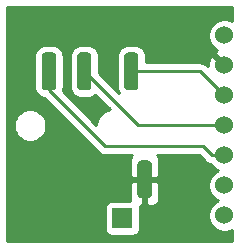
<source format=gbr>
G04 #@! TF.GenerationSoftware,KiCad,Pcbnew,(5.1.5)-3*
G04 #@! TF.CreationDate,2020-12-21T12:38:01+01:00*
G04 #@! TF.ProjectId,epimetheus_tcs34725,6570696d-6574-4686-9575-735f74637333,rev?*
G04 #@! TF.SameCoordinates,Original*
G04 #@! TF.FileFunction,Copper,L1,Top*
G04 #@! TF.FilePolarity,Positive*
%FSLAX46Y46*%
G04 Gerber Fmt 4.6, Leading zero omitted, Abs format (unit mm)*
G04 Created by KiCad (PCBNEW (5.1.5)-3) date 2020-12-21 12:38:01*
%MOMM*%
%LPD*%
G04 APERTURE LIST*
%ADD10R,1.700000X1.700000*%
%ADD11C,1.524000*%
%ADD12C,0.100000*%
%ADD13C,0.250000*%
%ADD14C,0.254000*%
G04 APERTURE END LIST*
D10*
X171196000Y-38862000D03*
D11*
X179832000Y-23368000D03*
X179832000Y-25908000D03*
X179832000Y-28448000D03*
X179832000Y-30988000D03*
X179832000Y-33528000D03*
X179832000Y-36068000D03*
X179832000Y-38608000D03*
G04 #@! TA.AperFunction,SMDPad,CuDef*
D12*
G36*
X165302405Y-24817445D02*
G01*
X165331527Y-24821764D01*
X165360085Y-24828918D01*
X165387805Y-24838836D01*
X165414419Y-24851424D01*
X165439671Y-24866559D01*
X165463318Y-24884097D01*
X165485132Y-24903868D01*
X165504903Y-24925682D01*
X165522441Y-24949329D01*
X165537576Y-24974581D01*
X165550164Y-25001195D01*
X165560082Y-25028915D01*
X165567236Y-25057473D01*
X165571555Y-25086595D01*
X165573000Y-25116000D01*
X165573000Y-27716000D01*
X165571555Y-27745405D01*
X165567236Y-27774527D01*
X165560082Y-27803085D01*
X165550164Y-27830805D01*
X165537576Y-27857419D01*
X165522441Y-27882671D01*
X165504903Y-27906318D01*
X165485132Y-27928132D01*
X165463318Y-27947903D01*
X165439671Y-27965441D01*
X165414419Y-27980576D01*
X165387805Y-27993164D01*
X165360085Y-28003082D01*
X165331527Y-28010236D01*
X165302405Y-28014555D01*
X165273000Y-28016000D01*
X164673000Y-28016000D01*
X164643595Y-28014555D01*
X164614473Y-28010236D01*
X164585915Y-28003082D01*
X164558195Y-27993164D01*
X164531581Y-27980576D01*
X164506329Y-27965441D01*
X164482682Y-27947903D01*
X164460868Y-27928132D01*
X164441097Y-27906318D01*
X164423559Y-27882671D01*
X164408424Y-27857419D01*
X164395836Y-27830805D01*
X164385918Y-27803085D01*
X164378764Y-27774527D01*
X164374445Y-27745405D01*
X164373000Y-27716000D01*
X164373000Y-25116000D01*
X164374445Y-25086595D01*
X164378764Y-25057473D01*
X164385918Y-25028915D01*
X164395836Y-25001195D01*
X164408424Y-24974581D01*
X164423559Y-24949329D01*
X164441097Y-24925682D01*
X164460868Y-24903868D01*
X164482682Y-24884097D01*
X164506329Y-24866559D01*
X164531581Y-24851424D01*
X164558195Y-24838836D01*
X164585915Y-24828918D01*
X164614473Y-24821764D01*
X164643595Y-24817445D01*
X164673000Y-24816000D01*
X165273000Y-24816000D01*
X165302405Y-24817445D01*
G37*
G04 #@! TD.AperFunction*
G04 #@! TA.AperFunction,SMDPad,CuDef*
G36*
X168302405Y-24817445D02*
G01*
X168331527Y-24821764D01*
X168360085Y-24828918D01*
X168387805Y-24838836D01*
X168414419Y-24851424D01*
X168439671Y-24866559D01*
X168463318Y-24884097D01*
X168485132Y-24903868D01*
X168504903Y-24925682D01*
X168522441Y-24949329D01*
X168537576Y-24974581D01*
X168550164Y-25001195D01*
X168560082Y-25028915D01*
X168567236Y-25057473D01*
X168571555Y-25086595D01*
X168573000Y-25116000D01*
X168573000Y-27716000D01*
X168571555Y-27745405D01*
X168567236Y-27774527D01*
X168560082Y-27803085D01*
X168550164Y-27830805D01*
X168537576Y-27857419D01*
X168522441Y-27882671D01*
X168504903Y-27906318D01*
X168485132Y-27928132D01*
X168463318Y-27947903D01*
X168439671Y-27965441D01*
X168414419Y-27980576D01*
X168387805Y-27993164D01*
X168360085Y-28003082D01*
X168331527Y-28010236D01*
X168302405Y-28014555D01*
X168273000Y-28016000D01*
X167673000Y-28016000D01*
X167643595Y-28014555D01*
X167614473Y-28010236D01*
X167585915Y-28003082D01*
X167558195Y-27993164D01*
X167531581Y-27980576D01*
X167506329Y-27965441D01*
X167482682Y-27947903D01*
X167460868Y-27928132D01*
X167441097Y-27906318D01*
X167423559Y-27882671D01*
X167408424Y-27857419D01*
X167395836Y-27830805D01*
X167385918Y-27803085D01*
X167378764Y-27774527D01*
X167374445Y-27745405D01*
X167373000Y-27716000D01*
X167373000Y-25116000D01*
X167374445Y-25086595D01*
X167378764Y-25057473D01*
X167385918Y-25028915D01*
X167395836Y-25001195D01*
X167408424Y-24974581D01*
X167423559Y-24949329D01*
X167441097Y-24925682D01*
X167460868Y-24903868D01*
X167482682Y-24884097D01*
X167506329Y-24866559D01*
X167531581Y-24851424D01*
X167558195Y-24838836D01*
X167585915Y-24828918D01*
X167614473Y-24821764D01*
X167643595Y-24817445D01*
X167673000Y-24816000D01*
X168273000Y-24816000D01*
X168302405Y-24817445D01*
G37*
G04 #@! TD.AperFunction*
G04 #@! TA.AperFunction,SMDPad,CuDef*
G36*
X172287405Y-24817445D02*
G01*
X172316527Y-24821764D01*
X172345085Y-24828918D01*
X172372805Y-24838836D01*
X172399419Y-24851424D01*
X172424671Y-24866559D01*
X172448318Y-24884097D01*
X172470132Y-24903868D01*
X172489903Y-24925682D01*
X172507441Y-24949329D01*
X172522576Y-24974581D01*
X172535164Y-25001195D01*
X172545082Y-25028915D01*
X172552236Y-25057473D01*
X172556555Y-25086595D01*
X172558000Y-25116000D01*
X172558000Y-27716000D01*
X172556555Y-27745405D01*
X172552236Y-27774527D01*
X172545082Y-27803085D01*
X172535164Y-27830805D01*
X172522576Y-27857419D01*
X172507441Y-27882671D01*
X172489903Y-27906318D01*
X172470132Y-27928132D01*
X172448318Y-27947903D01*
X172424671Y-27965441D01*
X172399419Y-27980576D01*
X172372805Y-27993164D01*
X172345085Y-28003082D01*
X172316527Y-28010236D01*
X172287405Y-28014555D01*
X172258000Y-28016000D01*
X171658000Y-28016000D01*
X171628595Y-28014555D01*
X171599473Y-28010236D01*
X171570915Y-28003082D01*
X171543195Y-27993164D01*
X171516581Y-27980576D01*
X171491329Y-27965441D01*
X171467682Y-27947903D01*
X171445868Y-27928132D01*
X171426097Y-27906318D01*
X171408559Y-27882671D01*
X171393424Y-27857419D01*
X171380836Y-27830805D01*
X171370918Y-27803085D01*
X171363764Y-27774527D01*
X171359445Y-27745405D01*
X171358000Y-27716000D01*
X171358000Y-25116000D01*
X171359445Y-25086595D01*
X171363764Y-25057473D01*
X171370918Y-25028915D01*
X171380836Y-25001195D01*
X171393424Y-24974581D01*
X171408559Y-24949329D01*
X171426097Y-24925682D01*
X171445868Y-24903868D01*
X171467682Y-24884097D01*
X171491329Y-24866559D01*
X171516581Y-24851424D01*
X171543195Y-24838836D01*
X171570915Y-24828918D01*
X171599473Y-24821764D01*
X171628595Y-24817445D01*
X171658000Y-24816000D01*
X172258000Y-24816000D01*
X172287405Y-24817445D01*
G37*
G04 #@! TD.AperFunction*
G04 #@! TA.AperFunction,SMDPad,CuDef*
G36*
X173402405Y-33961445D02*
G01*
X173431527Y-33965764D01*
X173460085Y-33972918D01*
X173487805Y-33982836D01*
X173514419Y-33995424D01*
X173539671Y-34010559D01*
X173563318Y-34028097D01*
X173585132Y-34047868D01*
X173604903Y-34069682D01*
X173622441Y-34093329D01*
X173637576Y-34118581D01*
X173650164Y-34145195D01*
X173660082Y-34172915D01*
X173667236Y-34201473D01*
X173671555Y-34230595D01*
X173673000Y-34260000D01*
X173673000Y-36860000D01*
X173671555Y-36889405D01*
X173667236Y-36918527D01*
X173660082Y-36947085D01*
X173650164Y-36974805D01*
X173637576Y-37001419D01*
X173622441Y-37026671D01*
X173604903Y-37050318D01*
X173585132Y-37072132D01*
X173563318Y-37091903D01*
X173539671Y-37109441D01*
X173514419Y-37124576D01*
X173487805Y-37137164D01*
X173460085Y-37147082D01*
X173431527Y-37154236D01*
X173402405Y-37158555D01*
X173373000Y-37160000D01*
X172773000Y-37160000D01*
X172743595Y-37158555D01*
X172714473Y-37154236D01*
X172685915Y-37147082D01*
X172658195Y-37137164D01*
X172631581Y-37124576D01*
X172606329Y-37109441D01*
X172582682Y-37091903D01*
X172560868Y-37072132D01*
X172541097Y-37050318D01*
X172523559Y-37026671D01*
X172508424Y-37001419D01*
X172495836Y-36974805D01*
X172485918Y-36947085D01*
X172478764Y-36918527D01*
X172474445Y-36889405D01*
X172473000Y-36860000D01*
X172473000Y-34260000D01*
X172474445Y-34230595D01*
X172478764Y-34201473D01*
X172485918Y-34172915D01*
X172495836Y-34145195D01*
X172508424Y-34118581D01*
X172523559Y-34093329D01*
X172541097Y-34069682D01*
X172560868Y-34047868D01*
X172582682Y-34028097D01*
X172606329Y-34010559D01*
X172631581Y-33995424D01*
X172658195Y-33982836D01*
X172685915Y-33972918D01*
X172714473Y-33965764D01*
X172743595Y-33961445D01*
X172773000Y-33960000D01*
X173373000Y-33960000D01*
X173402405Y-33961445D01*
G37*
G04 #@! TD.AperFunction*
D13*
X178754370Y-33528000D02*
X177992370Y-32766000D01*
X179832000Y-33528000D02*
X178754370Y-33528000D01*
X164973000Y-28016000D02*
X164973000Y-26416000D01*
X169723000Y-32766000D02*
X164973000Y-28016000D01*
X177992370Y-32766000D02*
X169723000Y-32766000D01*
X172545000Y-30988000D02*
X167973000Y-26416000D01*
X179832000Y-30988000D02*
X172545000Y-30988000D01*
X177800000Y-26416000D02*
X171958000Y-26416000D01*
X179832000Y-28448000D02*
X177800000Y-26416000D01*
D14*
G36*
X180442001Y-22108569D02*
G01*
X180239490Y-22024686D01*
X179969592Y-21971000D01*
X179694408Y-21971000D01*
X179424510Y-22024686D01*
X179170273Y-22129995D01*
X178941465Y-22282880D01*
X178746880Y-22477465D01*
X178593995Y-22706273D01*
X178488686Y-22960510D01*
X178435000Y-23230408D01*
X178435000Y-23505592D01*
X178488686Y-23775490D01*
X178593995Y-24029727D01*
X178746880Y-24258535D01*
X178941465Y-24453120D01*
X179170273Y-24606005D01*
X179241943Y-24635692D01*
X179228977Y-24640364D01*
X179113020Y-24702344D01*
X179046040Y-24942435D01*
X179832000Y-25728395D01*
X179846143Y-25714253D01*
X180025748Y-25893858D01*
X180011605Y-25908000D01*
X180025748Y-25922143D01*
X179846143Y-26101748D01*
X179832000Y-26087605D01*
X179817858Y-26101748D01*
X179638253Y-25922143D01*
X179652395Y-25908000D01*
X178866435Y-25122040D01*
X178626344Y-25189020D01*
X178509244Y-25438048D01*
X178442977Y-25705135D01*
X178430481Y-25971680D01*
X178363804Y-25905003D01*
X178340001Y-25875999D01*
X178224276Y-25781026D01*
X178092247Y-25710454D01*
X177948986Y-25666997D01*
X177837333Y-25656000D01*
X177837322Y-25656000D01*
X177800000Y-25652324D01*
X177762678Y-25656000D01*
X173196072Y-25656000D01*
X173196072Y-25116000D01*
X173178047Y-24932991D01*
X173124666Y-24757015D01*
X173037978Y-24594835D01*
X172921317Y-24452683D01*
X172779165Y-24336022D01*
X172616985Y-24249334D01*
X172441009Y-24195953D01*
X172258000Y-24177928D01*
X171658000Y-24177928D01*
X171474991Y-24195953D01*
X171299015Y-24249334D01*
X171136835Y-24336022D01*
X170994683Y-24452683D01*
X170878022Y-24594835D01*
X170791334Y-24757015D01*
X170737953Y-24932991D01*
X170719928Y-25116000D01*
X170719928Y-27716000D01*
X170737953Y-27899009D01*
X170791334Y-28074985D01*
X170878022Y-28237165D01*
X170919462Y-28287660D01*
X169211072Y-26579271D01*
X169211072Y-25116000D01*
X169193047Y-24932991D01*
X169139666Y-24757015D01*
X169052978Y-24594835D01*
X168936317Y-24452683D01*
X168794165Y-24336022D01*
X168631985Y-24249334D01*
X168456009Y-24195953D01*
X168273000Y-24177928D01*
X167673000Y-24177928D01*
X167489991Y-24195953D01*
X167314015Y-24249334D01*
X167151835Y-24336022D01*
X167009683Y-24452683D01*
X166893022Y-24594835D01*
X166806334Y-24757015D01*
X166752953Y-24932991D01*
X166734928Y-25116000D01*
X166734928Y-27716000D01*
X166752953Y-27899009D01*
X166806334Y-28074985D01*
X166893022Y-28237165D01*
X167009683Y-28379317D01*
X167151835Y-28495978D01*
X167314015Y-28582666D01*
X167489991Y-28636047D01*
X167673000Y-28654072D01*
X168273000Y-28654072D01*
X168456009Y-28636047D01*
X168631985Y-28582666D01*
X168794165Y-28495978D01*
X168895232Y-28413034D01*
X170110315Y-29628118D01*
X169969011Y-29656225D01*
X169716957Y-29760629D01*
X169490114Y-29912201D01*
X169297201Y-30105114D01*
X169145629Y-30331957D01*
X169041225Y-30584011D01*
X168988000Y-30851589D01*
X168988000Y-30956198D01*
X166128213Y-28096412D01*
X166139666Y-28074985D01*
X166193047Y-27899009D01*
X166211072Y-27716000D01*
X166211072Y-25116000D01*
X166193047Y-24932991D01*
X166139666Y-24757015D01*
X166052978Y-24594835D01*
X165936317Y-24452683D01*
X165794165Y-24336022D01*
X165631985Y-24249334D01*
X165456009Y-24195953D01*
X165273000Y-24177928D01*
X164673000Y-24177928D01*
X164489991Y-24195953D01*
X164314015Y-24249334D01*
X164151835Y-24336022D01*
X164009683Y-24452683D01*
X163893022Y-24594835D01*
X163806334Y-24757015D01*
X163752953Y-24932991D01*
X163734928Y-25116000D01*
X163734928Y-27716000D01*
X163752953Y-27899009D01*
X163806334Y-28074985D01*
X163893022Y-28237165D01*
X164009683Y-28379317D01*
X164151835Y-28495978D01*
X164314015Y-28582666D01*
X164489991Y-28636047D01*
X164521333Y-28639134D01*
X169159205Y-33277008D01*
X169182999Y-33306001D01*
X169211992Y-33329795D01*
X169211996Y-33329799D01*
X169261589Y-33370498D01*
X169298724Y-33400974D01*
X169430753Y-33471546D01*
X169574014Y-33515003D01*
X169685667Y-33526000D01*
X169685676Y-33526000D01*
X169722999Y-33529676D01*
X169760322Y-33526000D01*
X172007712Y-33526000D01*
X171942463Y-33605506D01*
X171883498Y-33715820D01*
X171847188Y-33835518D01*
X171834928Y-33960000D01*
X171838000Y-35274250D01*
X171996750Y-35433000D01*
X172946000Y-35433000D01*
X172946000Y-35413000D01*
X173200000Y-35413000D01*
X173200000Y-35433000D01*
X174149250Y-35433000D01*
X174308000Y-35274250D01*
X174311072Y-33960000D01*
X174298812Y-33835518D01*
X174262502Y-33715820D01*
X174203537Y-33605506D01*
X174138288Y-33526000D01*
X177677569Y-33526000D01*
X178190571Y-34039002D01*
X178214369Y-34068001D01*
X178330094Y-34162974D01*
X178462123Y-34233546D01*
X178605384Y-34277003D01*
X178655617Y-34281951D01*
X178746880Y-34418535D01*
X178941465Y-34613120D01*
X179170273Y-34766005D01*
X179247515Y-34798000D01*
X179170273Y-34829995D01*
X178941465Y-34982880D01*
X178746880Y-35177465D01*
X178593995Y-35406273D01*
X178488686Y-35660510D01*
X178435000Y-35930408D01*
X178435000Y-36205592D01*
X178488686Y-36475490D01*
X178593995Y-36729727D01*
X178746880Y-36958535D01*
X178941465Y-37153120D01*
X179170273Y-37306005D01*
X179247515Y-37338000D01*
X179170273Y-37369995D01*
X178941465Y-37522880D01*
X178746880Y-37717465D01*
X178593995Y-37946273D01*
X178488686Y-38200510D01*
X178435000Y-38470408D01*
X178435000Y-38745592D01*
X178488686Y-39015490D01*
X178593995Y-39269727D01*
X178746880Y-39498535D01*
X178941465Y-39693120D01*
X179170273Y-39846005D01*
X179424510Y-39951314D01*
X179694408Y-40005000D01*
X179969592Y-40005000D01*
X180239490Y-39951314D01*
X180442000Y-39867431D01*
X180442000Y-40742000D01*
X161442000Y-40742000D01*
X161442000Y-38012000D01*
X169707928Y-38012000D01*
X169707928Y-39712000D01*
X169720188Y-39836482D01*
X169756498Y-39956180D01*
X169815463Y-40066494D01*
X169894815Y-40163185D01*
X169991506Y-40242537D01*
X170101820Y-40301502D01*
X170221518Y-40337812D01*
X170346000Y-40350072D01*
X172046000Y-40350072D01*
X172170482Y-40337812D01*
X172290180Y-40301502D01*
X172400494Y-40242537D01*
X172497185Y-40163185D01*
X172576537Y-40066494D01*
X172635502Y-39956180D01*
X172671812Y-39836482D01*
X172684072Y-39712000D01*
X172684072Y-38012000D01*
X172671812Y-37887518D01*
X172644171Y-37796399D01*
X172787250Y-37795000D01*
X172946000Y-37636250D01*
X172946000Y-35687000D01*
X173200000Y-35687000D01*
X173200000Y-37636250D01*
X173358750Y-37795000D01*
X173673000Y-37798072D01*
X173797482Y-37785812D01*
X173917180Y-37749502D01*
X174027494Y-37690537D01*
X174124185Y-37611185D01*
X174203537Y-37514494D01*
X174262502Y-37404180D01*
X174298812Y-37284482D01*
X174311072Y-37160000D01*
X174308000Y-35845750D01*
X174149250Y-35687000D01*
X173200000Y-35687000D01*
X172946000Y-35687000D01*
X171996750Y-35687000D01*
X171838000Y-35845750D01*
X171834928Y-37160000D01*
X171847188Y-37284482D01*
X171874321Y-37373928D01*
X170346000Y-37373928D01*
X170221518Y-37386188D01*
X170101820Y-37422498D01*
X169991506Y-37481463D01*
X169894815Y-37560815D01*
X169815463Y-37657506D01*
X169756498Y-37767820D01*
X169720188Y-37887518D01*
X169707928Y-38012000D01*
X161442000Y-38012000D01*
X161442000Y-30851589D01*
X161988000Y-30851589D01*
X161988000Y-31124411D01*
X162041225Y-31391989D01*
X162145629Y-31644043D01*
X162297201Y-31870886D01*
X162490114Y-32063799D01*
X162716957Y-32215371D01*
X162969011Y-32319775D01*
X163236589Y-32373000D01*
X163509411Y-32373000D01*
X163776989Y-32319775D01*
X164029043Y-32215371D01*
X164255886Y-32063799D01*
X164448799Y-31870886D01*
X164600371Y-31644043D01*
X164704775Y-31391989D01*
X164758000Y-31124411D01*
X164758000Y-30851589D01*
X164704775Y-30584011D01*
X164600371Y-30331957D01*
X164448799Y-30105114D01*
X164255886Y-29912201D01*
X164029043Y-29760629D01*
X163776989Y-29656225D01*
X163509411Y-29603000D01*
X163236589Y-29603000D01*
X162969011Y-29656225D01*
X162716957Y-29760629D01*
X162490114Y-29912201D01*
X162297201Y-30105114D01*
X162145629Y-30331957D01*
X162041225Y-30584011D01*
X161988000Y-30851589D01*
X161442000Y-30851589D01*
X161442000Y-20980000D01*
X180442001Y-20980000D01*
X180442001Y-22108569D01*
G37*
X180442001Y-22108569D02*
X180239490Y-22024686D01*
X179969592Y-21971000D01*
X179694408Y-21971000D01*
X179424510Y-22024686D01*
X179170273Y-22129995D01*
X178941465Y-22282880D01*
X178746880Y-22477465D01*
X178593995Y-22706273D01*
X178488686Y-22960510D01*
X178435000Y-23230408D01*
X178435000Y-23505592D01*
X178488686Y-23775490D01*
X178593995Y-24029727D01*
X178746880Y-24258535D01*
X178941465Y-24453120D01*
X179170273Y-24606005D01*
X179241943Y-24635692D01*
X179228977Y-24640364D01*
X179113020Y-24702344D01*
X179046040Y-24942435D01*
X179832000Y-25728395D01*
X179846143Y-25714253D01*
X180025748Y-25893858D01*
X180011605Y-25908000D01*
X180025748Y-25922143D01*
X179846143Y-26101748D01*
X179832000Y-26087605D01*
X179817858Y-26101748D01*
X179638253Y-25922143D01*
X179652395Y-25908000D01*
X178866435Y-25122040D01*
X178626344Y-25189020D01*
X178509244Y-25438048D01*
X178442977Y-25705135D01*
X178430481Y-25971680D01*
X178363804Y-25905003D01*
X178340001Y-25875999D01*
X178224276Y-25781026D01*
X178092247Y-25710454D01*
X177948986Y-25666997D01*
X177837333Y-25656000D01*
X177837322Y-25656000D01*
X177800000Y-25652324D01*
X177762678Y-25656000D01*
X173196072Y-25656000D01*
X173196072Y-25116000D01*
X173178047Y-24932991D01*
X173124666Y-24757015D01*
X173037978Y-24594835D01*
X172921317Y-24452683D01*
X172779165Y-24336022D01*
X172616985Y-24249334D01*
X172441009Y-24195953D01*
X172258000Y-24177928D01*
X171658000Y-24177928D01*
X171474991Y-24195953D01*
X171299015Y-24249334D01*
X171136835Y-24336022D01*
X170994683Y-24452683D01*
X170878022Y-24594835D01*
X170791334Y-24757015D01*
X170737953Y-24932991D01*
X170719928Y-25116000D01*
X170719928Y-27716000D01*
X170737953Y-27899009D01*
X170791334Y-28074985D01*
X170878022Y-28237165D01*
X170919462Y-28287660D01*
X169211072Y-26579271D01*
X169211072Y-25116000D01*
X169193047Y-24932991D01*
X169139666Y-24757015D01*
X169052978Y-24594835D01*
X168936317Y-24452683D01*
X168794165Y-24336022D01*
X168631985Y-24249334D01*
X168456009Y-24195953D01*
X168273000Y-24177928D01*
X167673000Y-24177928D01*
X167489991Y-24195953D01*
X167314015Y-24249334D01*
X167151835Y-24336022D01*
X167009683Y-24452683D01*
X166893022Y-24594835D01*
X166806334Y-24757015D01*
X166752953Y-24932991D01*
X166734928Y-25116000D01*
X166734928Y-27716000D01*
X166752953Y-27899009D01*
X166806334Y-28074985D01*
X166893022Y-28237165D01*
X167009683Y-28379317D01*
X167151835Y-28495978D01*
X167314015Y-28582666D01*
X167489991Y-28636047D01*
X167673000Y-28654072D01*
X168273000Y-28654072D01*
X168456009Y-28636047D01*
X168631985Y-28582666D01*
X168794165Y-28495978D01*
X168895232Y-28413034D01*
X170110315Y-29628118D01*
X169969011Y-29656225D01*
X169716957Y-29760629D01*
X169490114Y-29912201D01*
X169297201Y-30105114D01*
X169145629Y-30331957D01*
X169041225Y-30584011D01*
X168988000Y-30851589D01*
X168988000Y-30956198D01*
X166128213Y-28096412D01*
X166139666Y-28074985D01*
X166193047Y-27899009D01*
X166211072Y-27716000D01*
X166211072Y-25116000D01*
X166193047Y-24932991D01*
X166139666Y-24757015D01*
X166052978Y-24594835D01*
X165936317Y-24452683D01*
X165794165Y-24336022D01*
X165631985Y-24249334D01*
X165456009Y-24195953D01*
X165273000Y-24177928D01*
X164673000Y-24177928D01*
X164489991Y-24195953D01*
X164314015Y-24249334D01*
X164151835Y-24336022D01*
X164009683Y-24452683D01*
X163893022Y-24594835D01*
X163806334Y-24757015D01*
X163752953Y-24932991D01*
X163734928Y-25116000D01*
X163734928Y-27716000D01*
X163752953Y-27899009D01*
X163806334Y-28074985D01*
X163893022Y-28237165D01*
X164009683Y-28379317D01*
X164151835Y-28495978D01*
X164314015Y-28582666D01*
X164489991Y-28636047D01*
X164521333Y-28639134D01*
X169159205Y-33277008D01*
X169182999Y-33306001D01*
X169211992Y-33329795D01*
X169211996Y-33329799D01*
X169261589Y-33370498D01*
X169298724Y-33400974D01*
X169430753Y-33471546D01*
X169574014Y-33515003D01*
X169685667Y-33526000D01*
X169685676Y-33526000D01*
X169722999Y-33529676D01*
X169760322Y-33526000D01*
X172007712Y-33526000D01*
X171942463Y-33605506D01*
X171883498Y-33715820D01*
X171847188Y-33835518D01*
X171834928Y-33960000D01*
X171838000Y-35274250D01*
X171996750Y-35433000D01*
X172946000Y-35433000D01*
X172946000Y-35413000D01*
X173200000Y-35413000D01*
X173200000Y-35433000D01*
X174149250Y-35433000D01*
X174308000Y-35274250D01*
X174311072Y-33960000D01*
X174298812Y-33835518D01*
X174262502Y-33715820D01*
X174203537Y-33605506D01*
X174138288Y-33526000D01*
X177677569Y-33526000D01*
X178190571Y-34039002D01*
X178214369Y-34068001D01*
X178330094Y-34162974D01*
X178462123Y-34233546D01*
X178605384Y-34277003D01*
X178655617Y-34281951D01*
X178746880Y-34418535D01*
X178941465Y-34613120D01*
X179170273Y-34766005D01*
X179247515Y-34798000D01*
X179170273Y-34829995D01*
X178941465Y-34982880D01*
X178746880Y-35177465D01*
X178593995Y-35406273D01*
X178488686Y-35660510D01*
X178435000Y-35930408D01*
X178435000Y-36205592D01*
X178488686Y-36475490D01*
X178593995Y-36729727D01*
X178746880Y-36958535D01*
X178941465Y-37153120D01*
X179170273Y-37306005D01*
X179247515Y-37338000D01*
X179170273Y-37369995D01*
X178941465Y-37522880D01*
X178746880Y-37717465D01*
X178593995Y-37946273D01*
X178488686Y-38200510D01*
X178435000Y-38470408D01*
X178435000Y-38745592D01*
X178488686Y-39015490D01*
X178593995Y-39269727D01*
X178746880Y-39498535D01*
X178941465Y-39693120D01*
X179170273Y-39846005D01*
X179424510Y-39951314D01*
X179694408Y-40005000D01*
X179969592Y-40005000D01*
X180239490Y-39951314D01*
X180442000Y-39867431D01*
X180442000Y-40742000D01*
X161442000Y-40742000D01*
X161442000Y-38012000D01*
X169707928Y-38012000D01*
X169707928Y-39712000D01*
X169720188Y-39836482D01*
X169756498Y-39956180D01*
X169815463Y-40066494D01*
X169894815Y-40163185D01*
X169991506Y-40242537D01*
X170101820Y-40301502D01*
X170221518Y-40337812D01*
X170346000Y-40350072D01*
X172046000Y-40350072D01*
X172170482Y-40337812D01*
X172290180Y-40301502D01*
X172400494Y-40242537D01*
X172497185Y-40163185D01*
X172576537Y-40066494D01*
X172635502Y-39956180D01*
X172671812Y-39836482D01*
X172684072Y-39712000D01*
X172684072Y-38012000D01*
X172671812Y-37887518D01*
X172644171Y-37796399D01*
X172787250Y-37795000D01*
X172946000Y-37636250D01*
X172946000Y-35687000D01*
X173200000Y-35687000D01*
X173200000Y-37636250D01*
X173358750Y-37795000D01*
X173673000Y-37798072D01*
X173797482Y-37785812D01*
X173917180Y-37749502D01*
X174027494Y-37690537D01*
X174124185Y-37611185D01*
X174203537Y-37514494D01*
X174262502Y-37404180D01*
X174298812Y-37284482D01*
X174311072Y-37160000D01*
X174308000Y-35845750D01*
X174149250Y-35687000D01*
X173200000Y-35687000D01*
X172946000Y-35687000D01*
X171996750Y-35687000D01*
X171838000Y-35845750D01*
X171834928Y-37160000D01*
X171847188Y-37284482D01*
X171874321Y-37373928D01*
X170346000Y-37373928D01*
X170221518Y-37386188D01*
X170101820Y-37422498D01*
X169991506Y-37481463D01*
X169894815Y-37560815D01*
X169815463Y-37657506D01*
X169756498Y-37767820D01*
X169720188Y-37887518D01*
X169707928Y-38012000D01*
X161442000Y-38012000D01*
X161442000Y-30851589D01*
X161988000Y-30851589D01*
X161988000Y-31124411D01*
X162041225Y-31391989D01*
X162145629Y-31644043D01*
X162297201Y-31870886D01*
X162490114Y-32063799D01*
X162716957Y-32215371D01*
X162969011Y-32319775D01*
X163236589Y-32373000D01*
X163509411Y-32373000D01*
X163776989Y-32319775D01*
X164029043Y-32215371D01*
X164255886Y-32063799D01*
X164448799Y-31870886D01*
X164600371Y-31644043D01*
X164704775Y-31391989D01*
X164758000Y-31124411D01*
X164758000Y-30851589D01*
X164704775Y-30584011D01*
X164600371Y-30331957D01*
X164448799Y-30105114D01*
X164255886Y-29912201D01*
X164029043Y-29760629D01*
X163776989Y-29656225D01*
X163509411Y-29603000D01*
X163236589Y-29603000D01*
X162969011Y-29656225D01*
X162716957Y-29760629D01*
X162490114Y-29912201D01*
X162297201Y-30105114D01*
X162145629Y-30331957D01*
X162041225Y-30584011D01*
X161988000Y-30851589D01*
X161442000Y-30851589D01*
X161442000Y-20980000D01*
X180442001Y-20980000D01*
X180442001Y-22108569D01*
M02*

</source>
